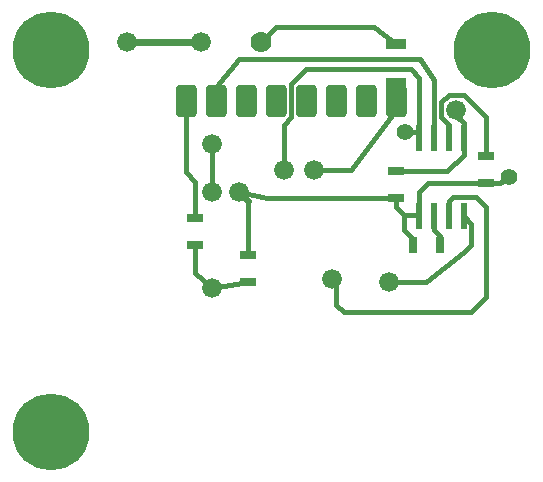
<source format=gbr>
G04 #@! TF.GenerationSoftware,KiCad,Pcbnew,(5.0.2)-1*
G04 #@! TF.CreationDate,2019-04-22T11:09:00+04:00*
G04 #@! TF.ProjectId,SD_CARD_and_SPI_FLASH_v2.2,53445f43-4152-4445-9f61-6e645f535049,rev?*
G04 #@! TF.SameCoordinates,Original*
G04 #@! TF.FileFunction,Copper,L2,Bot*
G04 #@! TF.FilePolarity,Positive*
%FSLAX46Y46*%
G04 Gerber Fmt 4.6, Leading zero omitted, Abs format (unit mm)*
G04 Created by KiCad (PCBNEW (5.0.2)-1) date 22/04/2019 11:09:00*
%MOMM*%
%LPD*%
G01*
G04 APERTURE LIST*
G04 #@! TA.AperFunction,SMDPad,CuDef*
%ADD10R,1.422400X0.711200*%
G04 #@! TD*
G04 #@! TA.AperFunction,SMDPad,CuDef*
%ADD11R,0.711200X1.422400*%
G04 #@! TD*
G04 #@! TA.AperFunction,SMDPad,CuDef*
%ADD12R,0.600000X2.200000*%
G04 #@! TD*
G04 #@! TA.AperFunction,SMDPad,CuDef*
%ADD13R,1.778000X0.914400*%
G04 #@! TD*
G04 #@! TA.AperFunction,Conductor*
%ADD14C,0.100000*%
G04 #@! TD*
G04 #@! TA.AperFunction,ComponentPad*
%ADD15C,1.778000*%
G04 #@! TD*
G04 #@! TA.AperFunction,ViaPad*
%ADD16C,6.500000*%
G04 #@! TD*
G04 #@! TA.AperFunction,ViaPad*
%ADD17C,1.676400*%
G04 #@! TD*
G04 #@! TA.AperFunction,ViaPad*
%ADD18C,1.422400*%
G04 #@! TD*
G04 #@! TA.AperFunction,ViaPad*
%ADD19C,1.778000*%
G04 #@! TD*
G04 #@! TA.AperFunction,Conductor*
%ADD20C,0.406400*%
G04 #@! TD*
G04 #@! TA.AperFunction,Conductor*
%ADD21C,0.609600*%
G04 #@! TD*
G04 APERTURE END LIST*
D10*
G04 #@! TO.P,R2,P$2*
G04 #@! TO.N,+3V3*
X166641100Y-100111600D03*
G04 #@! TO.P,R2,P$1*
G04 #@! TO.N,Net-(IC3-Pad3)*
X166641100Y-97825600D03*
G04 #@! TD*
D11*
G04 #@! TO.P,R3,P$2*
G04 #@! TO.N,Net-(IC3-Pad7)*
X162704100Y-105318600D03*
G04 #@! TO.P,R3,P$1*
G04 #@! TO.N,+3V3*
X160418100Y-105318600D03*
G04 #@! TD*
D12*
G04 #@! TO.P,IC3,2*
G04 #@! TO.N,/DO_MISO*
X162196100Y-96273600D03*
G04 #@! TO.P,IC3,7*
G04 #@! TO.N,Net-(IC3-Pad7)*
X162196100Y-102933600D03*
G04 #@! TO.P,IC3,1*
G04 #@! TO.N,/~CS1*
X160926100Y-96273600D03*
G04 #@! TO.P,IC3,3*
G04 #@! TO.N,Net-(IC3-Pad3)*
X163466100Y-96273600D03*
G04 #@! TO.P,IC3,4*
G04 #@! TO.N,GND*
X164736100Y-96273600D03*
G04 #@! TO.P,IC3,8*
G04 #@! TO.N,+3V3*
X160926100Y-102933600D03*
G04 #@! TO.P,IC3,6*
G04 #@! TO.N,/SCLK*
X163466100Y-102933600D03*
G04 #@! TO.P,IC3,5*
G04 #@! TO.N,/DI_MOSI*
X164736100Y-102933600D03*
G04 #@! TD*
D13*
G04 #@! TO.P,R4,P$2*
G04 #@! TO.N,/~SS_FLASH*
X159021100Y-91602600D03*
G04 #@! TO.P,R4,P$1*
G04 #@! TO.N,/+5V*
X159021100Y-88300600D03*
G04 #@! TD*
D10*
G04 #@! TO.P,C4,P$2*
G04 #@! TO.N,+3V3*
X159021100Y-101381600D03*
G04 #@! TO.P,C4,P$1*
G04 #@! TO.N,GND*
X159021100Y-99095600D03*
G04 #@! TD*
G04 #@! TO.P,R9,P$2*
G04 #@! TO.N,Net-(R10-PadP$1)*
X146448100Y-108493600D03*
G04 #@! TO.P,R9,P$1*
G04 #@! TO.N,+3V3*
X146448100Y-106207600D03*
G04 #@! TD*
G04 #@! TO.P,R10,P$2*
G04 #@! TO.N,/~CDI*
X142003100Y-103032600D03*
G04 #@! TO.P,R10,P$1*
G04 #@! TO.N,Net-(R10-PadP$1)*
X142003100Y-105318600D03*
G04 #@! TD*
D14*
G04 #@! TO.N,/~CDI*
G04 #@! TO.C,SV1*
G36*
X141729169Y-91765140D02*
X141772318Y-91771541D01*
X141814632Y-91782140D01*
X141855703Y-91796836D01*
X141895136Y-91815486D01*
X141932551Y-91837912D01*
X141967588Y-91863897D01*
X141999909Y-91893191D01*
X142029203Y-91925512D01*
X142055188Y-91960549D01*
X142077614Y-91997964D01*
X142096264Y-92037397D01*
X142110960Y-92078468D01*
X142121559Y-92120782D01*
X142127960Y-92163931D01*
X142130100Y-92207500D01*
X142130100Y-94096500D01*
X142127960Y-94140069D01*
X142121559Y-94183218D01*
X142110960Y-94225532D01*
X142096264Y-94266603D01*
X142077614Y-94306036D01*
X142055188Y-94343451D01*
X142029203Y-94378488D01*
X141999909Y-94410809D01*
X141967588Y-94440103D01*
X141932551Y-94466088D01*
X141895136Y-94488514D01*
X141855703Y-94507164D01*
X141814632Y-94521860D01*
X141772318Y-94532459D01*
X141729169Y-94538860D01*
X141685600Y-94541000D01*
X140796600Y-94541000D01*
X140753031Y-94538860D01*
X140709882Y-94532459D01*
X140667568Y-94521860D01*
X140626497Y-94507164D01*
X140587064Y-94488514D01*
X140549649Y-94466088D01*
X140514612Y-94440103D01*
X140482291Y-94410809D01*
X140452997Y-94378488D01*
X140427012Y-94343451D01*
X140404586Y-94306036D01*
X140385936Y-94266603D01*
X140371240Y-94225532D01*
X140360641Y-94183218D01*
X140354240Y-94140069D01*
X140352100Y-94096500D01*
X140352100Y-92207500D01*
X140354240Y-92163931D01*
X140360641Y-92120782D01*
X140371240Y-92078468D01*
X140385936Y-92037397D01*
X140404586Y-91997964D01*
X140427012Y-91960549D01*
X140452997Y-91925512D01*
X140482291Y-91893191D01*
X140514612Y-91863897D01*
X140549649Y-91837912D01*
X140587064Y-91815486D01*
X140626497Y-91796836D01*
X140667568Y-91782140D01*
X140709882Y-91771541D01*
X140753031Y-91765140D01*
X140796600Y-91763000D01*
X141685600Y-91763000D01*
X141729169Y-91765140D01*
X141729169Y-91765140D01*
G37*
D15*
G04 #@! TD*
G04 #@! TO.P,SV1,8*
G04 #@! TO.N,/~CDI*
X141241100Y-93152000D03*
D14*
G04 #@! TO.N,/DO_MISO*
G04 #@! TO.C,SV1*
G36*
X144269169Y-91765140D02*
X144312318Y-91771541D01*
X144354632Y-91782140D01*
X144395703Y-91796836D01*
X144435136Y-91815486D01*
X144472551Y-91837912D01*
X144507588Y-91863897D01*
X144539909Y-91893191D01*
X144569203Y-91925512D01*
X144595188Y-91960549D01*
X144617614Y-91997964D01*
X144636264Y-92037397D01*
X144650960Y-92078468D01*
X144661559Y-92120782D01*
X144667960Y-92163931D01*
X144670100Y-92207500D01*
X144670100Y-94096500D01*
X144667960Y-94140069D01*
X144661559Y-94183218D01*
X144650960Y-94225532D01*
X144636264Y-94266603D01*
X144617614Y-94306036D01*
X144595188Y-94343451D01*
X144569203Y-94378488D01*
X144539909Y-94410809D01*
X144507588Y-94440103D01*
X144472551Y-94466088D01*
X144435136Y-94488514D01*
X144395703Y-94507164D01*
X144354632Y-94521860D01*
X144312318Y-94532459D01*
X144269169Y-94538860D01*
X144225600Y-94541000D01*
X143336600Y-94541000D01*
X143293031Y-94538860D01*
X143249882Y-94532459D01*
X143207568Y-94521860D01*
X143166497Y-94507164D01*
X143127064Y-94488514D01*
X143089649Y-94466088D01*
X143054612Y-94440103D01*
X143022291Y-94410809D01*
X142992997Y-94378488D01*
X142967012Y-94343451D01*
X142944586Y-94306036D01*
X142925936Y-94266603D01*
X142911240Y-94225532D01*
X142900641Y-94183218D01*
X142894240Y-94140069D01*
X142892100Y-94096500D01*
X142892100Y-92207500D01*
X142894240Y-92163931D01*
X142900641Y-92120782D01*
X142911240Y-92078468D01*
X142925936Y-92037397D01*
X142944586Y-91997964D01*
X142967012Y-91960549D01*
X142992997Y-91925512D01*
X143022291Y-91893191D01*
X143054612Y-91863897D01*
X143089649Y-91837912D01*
X143127064Y-91815486D01*
X143166497Y-91796836D01*
X143207568Y-91782140D01*
X143249882Y-91771541D01*
X143293031Y-91765140D01*
X143336600Y-91763000D01*
X144225600Y-91763000D01*
X144269169Y-91765140D01*
X144269169Y-91765140D01*
G37*
D15*
G04 #@! TD*
G04 #@! TO.P,SV1,7*
G04 #@! TO.N,/DO_MISO*
X143781100Y-93152000D03*
D14*
G04 #@! TO.N,/SCLK'*
G04 #@! TO.C,SV1*
G36*
X146809169Y-91765140D02*
X146852318Y-91771541D01*
X146894632Y-91782140D01*
X146935703Y-91796836D01*
X146975136Y-91815486D01*
X147012551Y-91837912D01*
X147047588Y-91863897D01*
X147079909Y-91893191D01*
X147109203Y-91925512D01*
X147135188Y-91960549D01*
X147157614Y-91997964D01*
X147176264Y-92037397D01*
X147190960Y-92078468D01*
X147201559Y-92120782D01*
X147207960Y-92163931D01*
X147210100Y-92207500D01*
X147210100Y-94096500D01*
X147207960Y-94140069D01*
X147201559Y-94183218D01*
X147190960Y-94225532D01*
X147176264Y-94266603D01*
X147157614Y-94306036D01*
X147135188Y-94343451D01*
X147109203Y-94378488D01*
X147079909Y-94410809D01*
X147047588Y-94440103D01*
X147012551Y-94466088D01*
X146975136Y-94488514D01*
X146935703Y-94507164D01*
X146894632Y-94521860D01*
X146852318Y-94532459D01*
X146809169Y-94538860D01*
X146765600Y-94541000D01*
X145876600Y-94541000D01*
X145833031Y-94538860D01*
X145789882Y-94532459D01*
X145747568Y-94521860D01*
X145706497Y-94507164D01*
X145667064Y-94488514D01*
X145629649Y-94466088D01*
X145594612Y-94440103D01*
X145562291Y-94410809D01*
X145532997Y-94378488D01*
X145507012Y-94343451D01*
X145484586Y-94306036D01*
X145465936Y-94266603D01*
X145451240Y-94225532D01*
X145440641Y-94183218D01*
X145434240Y-94140069D01*
X145432100Y-94096500D01*
X145432100Y-92207500D01*
X145434240Y-92163931D01*
X145440641Y-92120782D01*
X145451240Y-92078468D01*
X145465936Y-92037397D01*
X145484586Y-91997964D01*
X145507012Y-91960549D01*
X145532997Y-91925512D01*
X145562291Y-91893191D01*
X145594612Y-91863897D01*
X145629649Y-91837912D01*
X145667064Y-91815486D01*
X145706497Y-91796836D01*
X145747568Y-91782140D01*
X145789882Y-91771541D01*
X145833031Y-91765140D01*
X145876600Y-91763000D01*
X146765600Y-91763000D01*
X146809169Y-91765140D01*
X146809169Y-91765140D01*
G37*
D15*
G04 #@! TD*
G04 #@! TO.P,SV1,6*
G04 #@! TO.N,/SCLK'*
X146321100Y-93152000D03*
D14*
G04 #@! TO.N,/+5V*
G04 #@! TO.C,SV1*
G36*
X149349169Y-91765140D02*
X149392318Y-91771541D01*
X149434632Y-91782140D01*
X149475703Y-91796836D01*
X149515136Y-91815486D01*
X149552551Y-91837912D01*
X149587588Y-91863897D01*
X149619909Y-91893191D01*
X149649203Y-91925512D01*
X149675188Y-91960549D01*
X149697614Y-91997964D01*
X149716264Y-92037397D01*
X149730960Y-92078468D01*
X149741559Y-92120782D01*
X149747960Y-92163931D01*
X149750100Y-92207500D01*
X149750100Y-94096500D01*
X149747960Y-94140069D01*
X149741559Y-94183218D01*
X149730960Y-94225532D01*
X149716264Y-94266603D01*
X149697614Y-94306036D01*
X149675188Y-94343451D01*
X149649203Y-94378488D01*
X149619909Y-94410809D01*
X149587588Y-94440103D01*
X149552551Y-94466088D01*
X149515136Y-94488514D01*
X149475703Y-94507164D01*
X149434632Y-94521860D01*
X149392318Y-94532459D01*
X149349169Y-94538860D01*
X149305600Y-94541000D01*
X148416600Y-94541000D01*
X148373031Y-94538860D01*
X148329882Y-94532459D01*
X148287568Y-94521860D01*
X148246497Y-94507164D01*
X148207064Y-94488514D01*
X148169649Y-94466088D01*
X148134612Y-94440103D01*
X148102291Y-94410809D01*
X148072997Y-94378488D01*
X148047012Y-94343451D01*
X148024586Y-94306036D01*
X148005936Y-94266603D01*
X147991240Y-94225532D01*
X147980641Y-94183218D01*
X147974240Y-94140069D01*
X147972100Y-94096500D01*
X147972100Y-92207500D01*
X147974240Y-92163931D01*
X147980641Y-92120782D01*
X147991240Y-92078468D01*
X148005936Y-92037397D01*
X148024586Y-91997964D01*
X148047012Y-91960549D01*
X148072997Y-91925512D01*
X148102291Y-91893191D01*
X148134612Y-91863897D01*
X148169649Y-91837912D01*
X148207064Y-91815486D01*
X148246497Y-91796836D01*
X148287568Y-91782140D01*
X148329882Y-91771541D01*
X148373031Y-91765140D01*
X148416600Y-91763000D01*
X149305600Y-91763000D01*
X149349169Y-91765140D01*
X149349169Y-91765140D01*
G37*
D15*
G04 #@! TD*
G04 #@! TO.P,SV1,5*
G04 #@! TO.N,/+5V*
X148861100Y-93152000D03*
D14*
G04 #@! TO.N,GND*
G04 #@! TO.C,SV1*
G36*
X151889169Y-91765140D02*
X151932318Y-91771541D01*
X151974632Y-91782140D01*
X152015703Y-91796836D01*
X152055136Y-91815486D01*
X152092551Y-91837912D01*
X152127588Y-91863897D01*
X152159909Y-91893191D01*
X152189203Y-91925512D01*
X152215188Y-91960549D01*
X152237614Y-91997964D01*
X152256264Y-92037397D01*
X152270960Y-92078468D01*
X152281559Y-92120782D01*
X152287960Y-92163931D01*
X152290100Y-92207500D01*
X152290100Y-94096500D01*
X152287960Y-94140069D01*
X152281559Y-94183218D01*
X152270960Y-94225532D01*
X152256264Y-94266603D01*
X152237614Y-94306036D01*
X152215188Y-94343451D01*
X152189203Y-94378488D01*
X152159909Y-94410809D01*
X152127588Y-94440103D01*
X152092551Y-94466088D01*
X152055136Y-94488514D01*
X152015703Y-94507164D01*
X151974632Y-94521860D01*
X151932318Y-94532459D01*
X151889169Y-94538860D01*
X151845600Y-94541000D01*
X150956600Y-94541000D01*
X150913031Y-94538860D01*
X150869882Y-94532459D01*
X150827568Y-94521860D01*
X150786497Y-94507164D01*
X150747064Y-94488514D01*
X150709649Y-94466088D01*
X150674612Y-94440103D01*
X150642291Y-94410809D01*
X150612997Y-94378488D01*
X150587012Y-94343451D01*
X150564586Y-94306036D01*
X150545936Y-94266603D01*
X150531240Y-94225532D01*
X150520641Y-94183218D01*
X150514240Y-94140069D01*
X150512100Y-94096500D01*
X150512100Y-92207500D01*
X150514240Y-92163931D01*
X150520641Y-92120782D01*
X150531240Y-92078468D01*
X150545936Y-92037397D01*
X150564586Y-91997964D01*
X150587012Y-91960549D01*
X150612997Y-91925512D01*
X150642291Y-91893191D01*
X150674612Y-91863897D01*
X150709649Y-91837912D01*
X150747064Y-91815486D01*
X150786497Y-91796836D01*
X150827568Y-91782140D01*
X150869882Y-91771541D01*
X150913031Y-91765140D01*
X150956600Y-91763000D01*
X151845600Y-91763000D01*
X151889169Y-91765140D01*
X151889169Y-91765140D01*
G37*
D15*
G04 #@! TD*
G04 #@! TO.P,SV1,4*
G04 #@! TO.N,GND*
X151401100Y-93152000D03*
D14*
G04 #@! TO.N,/MOSI'*
G04 #@! TO.C,SV1*
G36*
X154429169Y-91765140D02*
X154472318Y-91771541D01*
X154514632Y-91782140D01*
X154555703Y-91796836D01*
X154595136Y-91815486D01*
X154632551Y-91837912D01*
X154667588Y-91863897D01*
X154699909Y-91893191D01*
X154729203Y-91925512D01*
X154755188Y-91960549D01*
X154777614Y-91997964D01*
X154796264Y-92037397D01*
X154810960Y-92078468D01*
X154821559Y-92120782D01*
X154827960Y-92163931D01*
X154830100Y-92207500D01*
X154830100Y-94096500D01*
X154827960Y-94140069D01*
X154821559Y-94183218D01*
X154810960Y-94225532D01*
X154796264Y-94266603D01*
X154777614Y-94306036D01*
X154755188Y-94343451D01*
X154729203Y-94378488D01*
X154699909Y-94410809D01*
X154667588Y-94440103D01*
X154632551Y-94466088D01*
X154595136Y-94488514D01*
X154555703Y-94507164D01*
X154514632Y-94521860D01*
X154472318Y-94532459D01*
X154429169Y-94538860D01*
X154385600Y-94541000D01*
X153496600Y-94541000D01*
X153453031Y-94538860D01*
X153409882Y-94532459D01*
X153367568Y-94521860D01*
X153326497Y-94507164D01*
X153287064Y-94488514D01*
X153249649Y-94466088D01*
X153214612Y-94440103D01*
X153182291Y-94410809D01*
X153152997Y-94378488D01*
X153127012Y-94343451D01*
X153104586Y-94306036D01*
X153085936Y-94266603D01*
X153071240Y-94225532D01*
X153060641Y-94183218D01*
X153054240Y-94140069D01*
X153052100Y-94096500D01*
X153052100Y-92207500D01*
X153054240Y-92163931D01*
X153060641Y-92120782D01*
X153071240Y-92078468D01*
X153085936Y-92037397D01*
X153104586Y-91997964D01*
X153127012Y-91960549D01*
X153152997Y-91925512D01*
X153182291Y-91893191D01*
X153214612Y-91863897D01*
X153249649Y-91837912D01*
X153287064Y-91815486D01*
X153326497Y-91796836D01*
X153367568Y-91782140D01*
X153409882Y-91771541D01*
X153453031Y-91765140D01*
X153496600Y-91763000D01*
X154385600Y-91763000D01*
X154429169Y-91765140D01*
X154429169Y-91765140D01*
G37*
D15*
G04 #@! TD*
G04 #@! TO.P,SV1,3*
G04 #@! TO.N,/MOSI'*
X153941100Y-93152000D03*
D14*
G04 #@! TO.N,/~SS_SD*
G04 #@! TO.C,SV1*
G36*
X156969169Y-91765140D02*
X157012318Y-91771541D01*
X157054632Y-91782140D01*
X157095703Y-91796836D01*
X157135136Y-91815486D01*
X157172551Y-91837912D01*
X157207588Y-91863897D01*
X157239909Y-91893191D01*
X157269203Y-91925512D01*
X157295188Y-91960549D01*
X157317614Y-91997964D01*
X157336264Y-92037397D01*
X157350960Y-92078468D01*
X157361559Y-92120782D01*
X157367960Y-92163931D01*
X157370100Y-92207500D01*
X157370100Y-94096500D01*
X157367960Y-94140069D01*
X157361559Y-94183218D01*
X157350960Y-94225532D01*
X157336264Y-94266603D01*
X157317614Y-94306036D01*
X157295188Y-94343451D01*
X157269203Y-94378488D01*
X157239909Y-94410809D01*
X157207588Y-94440103D01*
X157172551Y-94466088D01*
X157135136Y-94488514D01*
X157095703Y-94507164D01*
X157054632Y-94521860D01*
X157012318Y-94532459D01*
X156969169Y-94538860D01*
X156925600Y-94541000D01*
X156036600Y-94541000D01*
X155993031Y-94538860D01*
X155949882Y-94532459D01*
X155907568Y-94521860D01*
X155866497Y-94507164D01*
X155827064Y-94488514D01*
X155789649Y-94466088D01*
X155754612Y-94440103D01*
X155722291Y-94410809D01*
X155692997Y-94378488D01*
X155667012Y-94343451D01*
X155644586Y-94306036D01*
X155625936Y-94266603D01*
X155611240Y-94225532D01*
X155600641Y-94183218D01*
X155594240Y-94140069D01*
X155592100Y-94096500D01*
X155592100Y-92207500D01*
X155594240Y-92163931D01*
X155600641Y-92120782D01*
X155611240Y-92078468D01*
X155625936Y-92037397D01*
X155644586Y-91997964D01*
X155667012Y-91960549D01*
X155692997Y-91925512D01*
X155722291Y-91893191D01*
X155754612Y-91863897D01*
X155789649Y-91837912D01*
X155827064Y-91815486D01*
X155866497Y-91796836D01*
X155907568Y-91782140D01*
X155949882Y-91771541D01*
X155993031Y-91765140D01*
X156036600Y-91763000D01*
X156925600Y-91763000D01*
X156969169Y-91765140D01*
X156969169Y-91765140D01*
G37*
D15*
G04 #@! TD*
G04 #@! TO.P,SV1,2*
G04 #@! TO.N,/~SS_SD*
X156481100Y-93152000D03*
D14*
G04 #@! TO.N,/~SS_FLASH*
G04 #@! TO.C,SV1*
G36*
X159509169Y-91765140D02*
X159552318Y-91771541D01*
X159594632Y-91782140D01*
X159635703Y-91796836D01*
X159675136Y-91815486D01*
X159712551Y-91837912D01*
X159747588Y-91863897D01*
X159779909Y-91893191D01*
X159809203Y-91925512D01*
X159835188Y-91960549D01*
X159857614Y-91997964D01*
X159876264Y-92037397D01*
X159890960Y-92078468D01*
X159901559Y-92120782D01*
X159907960Y-92163931D01*
X159910100Y-92207500D01*
X159910100Y-94096500D01*
X159907960Y-94140069D01*
X159901559Y-94183218D01*
X159890960Y-94225532D01*
X159876264Y-94266603D01*
X159857614Y-94306036D01*
X159835188Y-94343451D01*
X159809203Y-94378488D01*
X159779909Y-94410809D01*
X159747588Y-94440103D01*
X159712551Y-94466088D01*
X159675136Y-94488514D01*
X159635703Y-94507164D01*
X159594632Y-94521860D01*
X159552318Y-94532459D01*
X159509169Y-94538860D01*
X159465600Y-94541000D01*
X158576600Y-94541000D01*
X158533031Y-94538860D01*
X158489882Y-94532459D01*
X158447568Y-94521860D01*
X158406497Y-94507164D01*
X158367064Y-94488514D01*
X158329649Y-94466088D01*
X158294612Y-94440103D01*
X158262291Y-94410809D01*
X158232997Y-94378488D01*
X158207012Y-94343451D01*
X158184586Y-94306036D01*
X158165936Y-94266603D01*
X158151240Y-94225532D01*
X158140641Y-94183218D01*
X158134240Y-94140069D01*
X158132100Y-94096500D01*
X158132100Y-92207500D01*
X158134240Y-92163931D01*
X158140641Y-92120782D01*
X158151240Y-92078468D01*
X158165936Y-92037397D01*
X158184586Y-91997964D01*
X158207012Y-91960549D01*
X158232997Y-91925512D01*
X158262291Y-91893191D01*
X158294612Y-91863897D01*
X158329649Y-91837912D01*
X158367064Y-91815486D01*
X158406497Y-91796836D01*
X158447568Y-91782140D01*
X158489882Y-91771541D01*
X158533031Y-91765140D01*
X158576600Y-91763000D01*
X159465600Y-91763000D01*
X159509169Y-91765140D01*
X159509169Y-91765140D01*
G37*
D15*
G04 #@! TD*
G04 #@! TO.P,SV1,1*
G04 #@! TO.N,/~SS_FLASH*
X159021100Y-93152000D03*
D16*
G04 #@! TO.N,*
X129811100Y-88808600D03*
X167149100Y-88808600D03*
X129811100Y-121193600D03*
D17*
G04 #@! TO.N,GND*
X164101100Y-93888600D03*
G04 #@! TO.N,+3V3*
X145686100Y-100873600D03*
D18*
X168546100Y-99603600D03*
D17*
G04 #@! TO.N,/DI_MOSI*
X158386100Y-108493600D03*
G04 #@! TO.N,/SCLK*
X153560100Y-108239600D03*
G04 #@! TO.N,/DO_MISO*
X143400100Y-96809600D03*
X143400100Y-100873600D03*
G04 #@! TO.N,Net-(R10-PadP$1)*
X143400100Y-109001600D03*
D19*
G04 #@! TO.N,/+5V*
X147591100Y-88173600D03*
D17*
X136224600Y-88173600D03*
X142511100Y-88173600D03*
G04 #@! TO.N,/~SS_FLASH*
X152036100Y-98968600D03*
G04 #@! TO.N,/~CS1*
X149496100Y-98968600D03*
D18*
X159783100Y-95793600D03*
G04 #@! TD*
D20*
G04 #@! TO.N,GND*
X164101100Y-93888600D02*
X164101100Y-94396600D01*
X164101100Y-94396600D02*
X164736100Y-95031600D01*
X164736100Y-95031600D02*
X164736100Y-96273600D01*
X163339100Y-99095600D02*
X159021100Y-99095600D01*
X164736100Y-97698600D02*
X163339100Y-99095600D01*
X164736100Y-96273600D02*
X164736100Y-97698600D01*
X151401100Y-93152000D02*
X151401100Y-91983600D01*
G04 #@! TO.N,+3V3*
X148099100Y-101381600D02*
X159021100Y-101381600D01*
X145686100Y-100873600D02*
X148099100Y-101381600D01*
X159021100Y-101381600D02*
X159021100Y-102143600D01*
X159021100Y-102143600D02*
X159656100Y-102778600D01*
X159656100Y-102778600D02*
X160771100Y-102778600D01*
X160771100Y-102778600D02*
X160926100Y-102933600D01*
X160418100Y-104810600D02*
X160418100Y-105318600D01*
X159656100Y-104048600D02*
X160418100Y-104810600D01*
X159656100Y-102778600D02*
X159656100Y-104048600D01*
X161688100Y-100111600D02*
X166641100Y-100111600D01*
X160926100Y-100873600D02*
X161688100Y-100111600D01*
X160926100Y-102933600D02*
X160926100Y-100873600D01*
X166641100Y-100111600D02*
X167784100Y-100111600D01*
X167784100Y-100111600D02*
X168546100Y-99603600D01*
X146448100Y-101635600D02*
X146448100Y-106207600D01*
D21*
X145686100Y-100873600D02*
X146448100Y-101635600D01*
D20*
G04 #@! TO.N,/DI_MOSI*
X158386100Y-108493600D02*
X161561100Y-108493600D01*
X161561100Y-108493600D02*
X164736100Y-105953600D01*
X164736100Y-105953600D02*
X165371100Y-105318600D01*
X165371100Y-105318600D02*
X165371100Y-104048600D01*
X165371100Y-104048600D02*
X165371100Y-103568600D01*
X165371100Y-103568600D02*
X164736100Y-102933600D01*
G04 #@! TO.N,/SCLK*
X163466100Y-101635600D02*
X163466100Y-102933600D01*
X163847100Y-101254600D02*
X163466100Y-101635600D01*
X165752100Y-101254600D02*
X163847100Y-101254600D01*
X166641100Y-102143600D02*
X165752100Y-101254600D01*
X166641100Y-109763600D02*
X166641100Y-102143600D01*
X165371100Y-111033600D02*
X166641100Y-109763600D01*
X154576100Y-111033600D02*
X165371100Y-111033600D01*
X153941100Y-110398600D02*
X154576100Y-111033600D01*
X153941100Y-108620600D02*
X153941100Y-110398600D01*
X153560100Y-108239600D02*
X153941100Y-108620600D01*
G04 #@! TO.N,/DO_MISO*
X162196100Y-91348600D02*
X162196100Y-96273600D01*
X161053100Y-89570600D02*
X162196100Y-91348600D01*
X145686100Y-89570600D02*
X161053100Y-89570600D01*
X143781100Y-91983600D02*
X145686100Y-89570600D01*
X143781100Y-91983600D02*
X143781100Y-93053600D01*
X143781100Y-93152000D02*
X143781100Y-91983600D01*
X143400100Y-100873600D02*
X143400100Y-96809600D01*
G04 #@! TO.N,Net-(R10-PadP$1)*
X143400100Y-109001600D02*
X146448100Y-108493600D01*
X142003100Y-107731600D02*
X142003100Y-105318600D01*
X143400100Y-109001600D02*
X142003100Y-107731600D01*
G04 #@! TO.N,/+5V*
X157116100Y-86903600D02*
X159021100Y-88300600D01*
X148861100Y-86903600D02*
X157116100Y-86903600D01*
X147591100Y-88173600D02*
X148861100Y-86903600D01*
D21*
X136224600Y-88173600D02*
X142511100Y-88173600D01*
D20*
G04 #@! TO.N,/~SS_FLASH*
X159021100Y-93152000D02*
X159021100Y-91602600D01*
X152036100Y-98968600D02*
X155211100Y-98968600D01*
X155211100Y-98968600D02*
X159021100Y-93888600D01*
X159021100Y-93888600D02*
X159021100Y-93152000D01*
G04 #@! TO.N,/~CS1*
X160926100Y-95793600D02*
X160926100Y-96273600D01*
X160926100Y-95793600D02*
X159783100Y-95793600D01*
X160926100Y-95793600D02*
X160926100Y-96273600D01*
X160926100Y-91221600D02*
X160926100Y-95793600D01*
X149496100Y-95158600D02*
X150131100Y-94523600D01*
X149496100Y-98968600D02*
X149496100Y-95158600D01*
X150131100Y-94523600D02*
X150114000Y-91694000D01*
X150114000Y-91694000D02*
X151401100Y-90459600D01*
X151401100Y-90459600D02*
X160291100Y-90459600D01*
X160291100Y-90459600D02*
X160926100Y-91221600D01*
G04 #@! TO.N,Net-(IC3-Pad3)*
X166641100Y-94523600D02*
X166641100Y-97825600D01*
X164736100Y-92618600D02*
X166641100Y-94523600D01*
X163466100Y-92618600D02*
X164736100Y-92618600D01*
X162831100Y-93253600D02*
X163466100Y-92618600D01*
X162831100Y-94523600D02*
X162831100Y-93253600D01*
X163466100Y-95158600D02*
X162831100Y-94523600D01*
X163466100Y-96273600D02*
X163466100Y-95158600D01*
G04 #@! TO.N,Net-(IC3-Pad7)*
X162704100Y-105318600D02*
X162704100Y-104556600D01*
X162704100Y-104556600D02*
X162196100Y-104048600D01*
X162196100Y-104048600D02*
X162196100Y-102933600D01*
G04 #@! TO.N,/~CDI*
X142003100Y-99984600D02*
X141215700Y-99197200D01*
X142003100Y-103032600D02*
X142003100Y-99984600D01*
X141215700Y-99197200D02*
X141241100Y-99197200D01*
X141241100Y-99197200D02*
X141241100Y-93152000D01*
G04 #@! TD*
M02*

</source>
